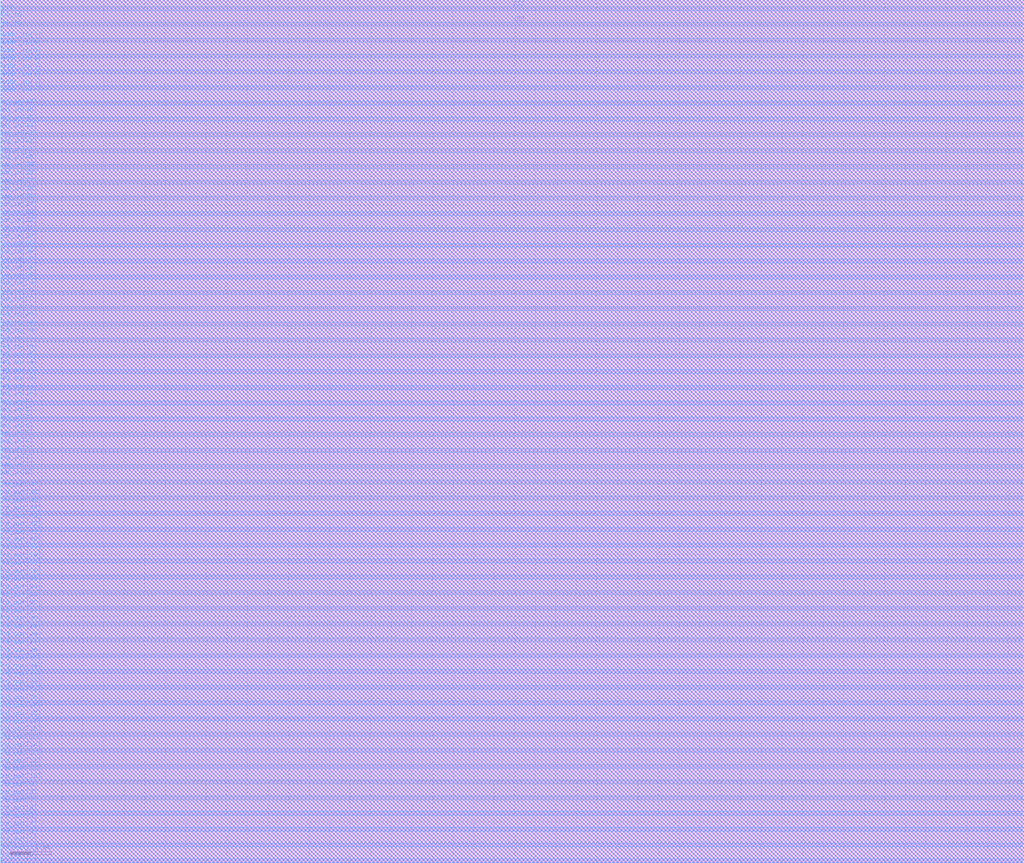
<source format=lef>
# Generated by FakeRAM 2.0
VERSION 5.7 ;
BUSBITCHARS "[]" ;
PROPERTYDEFINITIONS
  MACRO width INTEGER ;
  MACRO depth INTEGER ;
  MACRO banks INTEGER ;
END PROPERTYDEFINITIONS
MACRO sram_asap7_48x256_1rw_bottom
  PROPERTY width 48 ;
  PROPERTY depth 256 ;
  PROPERTY banks 4 ;
  FOREIGN sram_asap7_48x256_1rw_bottom 0 0 ;
  SYMMETRY X Y R90 ;
  SIZE 24.890 BY 21.000 ;
  CLASS BLOCK ;
  PIN rd_out[0]
    DIRECTION OUTPUT ;
    USE SIGNAL ;
    SHAPE ABUTMENT ;
    PORT
      LAYER M4 ;
      RECT 0.000 0.048 0.024 0.072 ;
    END
  END rd_out[0]
  PIN rd_out[1]
    DIRECTION OUTPUT ;
    USE SIGNAL ;
    SHAPE ABUTMENT ;
    PORT
      LAYER M4 ;
      RECT 0.000 0.240 0.024 0.264 ;
    END
  END rd_out[1]
  PIN rd_out[2]
    DIRECTION OUTPUT ;
    USE SIGNAL ;
    SHAPE ABUTMENT ;
    PORT
      LAYER M4 ;
      RECT 0.000 0.432 0.024 0.456 ;
    END
  END rd_out[2]
  PIN rd_out[3]
    DIRECTION OUTPUT ;
    USE SIGNAL ;
    SHAPE ABUTMENT ;
    PORT
      LAYER M4 ;
      RECT 0.000 0.624 0.024 0.648 ;
    END
  END rd_out[3]
  PIN rd_out[4]
    DIRECTION OUTPUT ;
    USE SIGNAL ;
    SHAPE ABUTMENT ;
    PORT
      LAYER M4 ;
      RECT 0.000 0.816 0.024 0.840 ;
    END
  END rd_out[4]
  PIN rd_out[5]
    DIRECTION OUTPUT ;
    USE SIGNAL ;
    SHAPE ABUTMENT ;
    PORT
      LAYER M4 ;
      RECT 0.000 1.008 0.024 1.032 ;
    END
  END rd_out[5]
  PIN rd_out[6]
    DIRECTION OUTPUT ;
    USE SIGNAL ;
    SHAPE ABUTMENT ;
    PORT
      LAYER M4 ;
      RECT 0.000 1.200 0.024 1.224 ;
    END
  END rd_out[6]
  PIN rd_out[7]
    DIRECTION OUTPUT ;
    USE SIGNAL ;
    SHAPE ABUTMENT ;
    PORT
      LAYER M4 ;
      RECT 0.000 1.392 0.024 1.416 ;
    END
  END rd_out[7]
  PIN rd_out[8]
    DIRECTION OUTPUT ;
    USE SIGNAL ;
    SHAPE ABUTMENT ;
    PORT
      LAYER M4 ;
      RECT 0.000 1.584 0.024 1.608 ;
    END
  END rd_out[8]
  PIN rd_out[9]
    DIRECTION OUTPUT ;
    USE SIGNAL ;
    SHAPE ABUTMENT ;
    PORT
      LAYER M4 ;
      RECT 0.000 1.776 0.024 1.800 ;
    END
  END rd_out[9]
  PIN rd_out[10]
    DIRECTION OUTPUT ;
    USE SIGNAL ;
    SHAPE ABUTMENT ;
    PORT
      LAYER M4 ;
      RECT 0.000 1.968 0.024 1.992 ;
    END
  END rd_out[10]
  PIN rd_out[11]
    DIRECTION OUTPUT ;
    USE SIGNAL ;
    SHAPE ABUTMENT ;
    PORT
      LAYER M4 ;
      RECT 0.000 2.160 0.024 2.184 ;
    END
  END rd_out[11]
  PIN rd_out[12]
    DIRECTION OUTPUT ;
    USE SIGNAL ;
    SHAPE ABUTMENT ;
    PORT
      LAYER M4 ;
      RECT 0.000 2.352 0.024 2.376 ;
    END
  END rd_out[12]
  PIN rd_out[13]
    DIRECTION OUTPUT ;
    USE SIGNAL ;
    SHAPE ABUTMENT ;
    PORT
      LAYER M4 ;
      RECT 0.000 2.544 0.024 2.568 ;
    END
  END rd_out[13]
  PIN rd_out[14]
    DIRECTION OUTPUT ;
    USE SIGNAL ;
    SHAPE ABUTMENT ;
    PORT
      LAYER M4 ;
      RECT 0.000 2.736 0.024 2.760 ;
    END
  END rd_out[14]
  PIN rd_out[15]
    DIRECTION OUTPUT ;
    USE SIGNAL ;
    SHAPE ABUTMENT ;
    PORT
      LAYER M4 ;
      RECT 0.000 2.928 0.024 2.952 ;
    END
  END rd_out[15]
  PIN rd_out[16]
    DIRECTION OUTPUT ;
    USE SIGNAL ;
    SHAPE ABUTMENT ;
    PORT
      LAYER M4 ;
      RECT 0.000 3.120 0.024 3.144 ;
    END
  END rd_out[16]
  PIN rd_out[17]
    DIRECTION OUTPUT ;
    USE SIGNAL ;
    SHAPE ABUTMENT ;
    PORT
      LAYER M4 ;
      RECT 0.000 3.312 0.024 3.336 ;
    END
  END rd_out[17]
  PIN rd_out[18]
    DIRECTION OUTPUT ;
    USE SIGNAL ;
    SHAPE ABUTMENT ;
    PORT
      LAYER M4 ;
      RECT 0.000 3.504 0.024 3.528 ;
    END
  END rd_out[18]
  PIN rd_out[19]
    DIRECTION OUTPUT ;
    USE SIGNAL ;
    SHAPE ABUTMENT ;
    PORT
      LAYER M4 ;
      RECT 0.000 3.696 0.024 3.720 ;
    END
  END rd_out[19]
  PIN rd_out[20]
    DIRECTION OUTPUT ;
    USE SIGNAL ;
    SHAPE ABUTMENT ;
    PORT
      LAYER M4 ;
      RECT 0.000 3.888 0.024 3.912 ;
    END
  END rd_out[20]
  PIN rd_out[21]
    DIRECTION OUTPUT ;
    USE SIGNAL ;
    SHAPE ABUTMENT ;
    PORT
      LAYER M4 ;
      RECT 0.000 4.080 0.024 4.104 ;
    END
  END rd_out[21]
  PIN rd_out[22]
    DIRECTION OUTPUT ;
    USE SIGNAL ;
    SHAPE ABUTMENT ;
    PORT
      LAYER M4 ;
      RECT 0.000 4.272 0.024 4.296 ;
    END
  END rd_out[22]
  PIN rd_out[23]
    DIRECTION OUTPUT ;
    USE SIGNAL ;
    SHAPE ABUTMENT ;
    PORT
      LAYER M4 ;
      RECT 0.000 4.464 0.024 4.488 ;
    END
  END rd_out[23]
  PIN rd_out[24]
    DIRECTION OUTPUT ;
    USE SIGNAL ;
    SHAPE ABUTMENT ;
    PORT
      LAYER M4 ;
      RECT 0.000 4.656 0.024 4.680 ;
    END
  END rd_out[24]
  PIN rd_out[25]
    DIRECTION OUTPUT ;
    USE SIGNAL ;
    SHAPE ABUTMENT ;
    PORT
      LAYER M4 ;
      RECT 0.000 4.848 0.024 4.872 ;
    END
  END rd_out[25]
  PIN rd_out[26]
    DIRECTION OUTPUT ;
    USE SIGNAL ;
    SHAPE ABUTMENT ;
    PORT
      LAYER M4 ;
      RECT 0.000 5.040 0.024 5.064 ;
    END
  END rd_out[26]
  PIN rd_out[27]
    DIRECTION OUTPUT ;
    USE SIGNAL ;
    SHAPE ABUTMENT ;
    PORT
      LAYER M4 ;
      RECT 0.000 5.232 0.024 5.256 ;
    END
  END rd_out[27]
  PIN rd_out[28]
    DIRECTION OUTPUT ;
    USE SIGNAL ;
    SHAPE ABUTMENT ;
    PORT
      LAYER M4 ;
      RECT 0.000 5.424 0.024 5.448 ;
    END
  END rd_out[28]
  PIN rd_out[29]
    DIRECTION OUTPUT ;
    USE SIGNAL ;
    SHAPE ABUTMENT ;
    PORT
      LAYER M4 ;
      RECT 0.000 5.616 0.024 5.640 ;
    END
  END rd_out[29]
  PIN rd_out[30]
    DIRECTION OUTPUT ;
    USE SIGNAL ;
    SHAPE ABUTMENT ;
    PORT
      LAYER M4 ;
      RECT 0.000 5.808 0.024 5.832 ;
    END
  END rd_out[30]
  PIN rd_out[31]
    DIRECTION OUTPUT ;
    USE SIGNAL ;
    SHAPE ABUTMENT ;
    PORT
      LAYER M4 ;
      RECT 0.000 6.000 0.024 6.024 ;
    END
  END rd_out[31]
  PIN rd_out[32]
    DIRECTION OUTPUT ;
    USE SIGNAL ;
    SHAPE ABUTMENT ;
    PORT
      LAYER M4 ;
      RECT 0.000 6.192 0.024 6.216 ;
    END
  END rd_out[32]
  PIN rd_out[33]
    DIRECTION OUTPUT ;
    USE SIGNAL ;
    SHAPE ABUTMENT ;
    PORT
      LAYER M4 ;
      RECT 0.000 6.384 0.024 6.408 ;
    END
  END rd_out[33]
  PIN rd_out[34]
    DIRECTION OUTPUT ;
    USE SIGNAL ;
    SHAPE ABUTMENT ;
    PORT
      LAYER M4 ;
      RECT 0.000 6.576 0.024 6.600 ;
    END
  END rd_out[34]
  PIN rd_out[35]
    DIRECTION OUTPUT ;
    USE SIGNAL ;
    SHAPE ABUTMENT ;
    PORT
      LAYER M4 ;
      RECT 0.000 6.768 0.024 6.792 ;
    END
  END rd_out[35]
  PIN rd_out[36]
    DIRECTION OUTPUT ;
    USE SIGNAL ;
    SHAPE ABUTMENT ;
    PORT
      LAYER M4 ;
      RECT 0.000 6.960 0.024 6.984 ;
    END
  END rd_out[36]
  PIN rd_out[37]
    DIRECTION OUTPUT ;
    USE SIGNAL ;
    SHAPE ABUTMENT ;
    PORT
      LAYER M4 ;
      RECT 0.000 7.152 0.024 7.176 ;
    END
  END rd_out[37]
  PIN rd_out[38]
    DIRECTION OUTPUT ;
    USE SIGNAL ;
    SHAPE ABUTMENT ;
    PORT
      LAYER M4 ;
      RECT 0.000 7.344 0.024 7.368 ;
    END
  END rd_out[38]
  PIN rd_out[39]
    DIRECTION OUTPUT ;
    USE SIGNAL ;
    SHAPE ABUTMENT ;
    PORT
      LAYER M4 ;
      RECT 0.000 7.536 0.024 7.560 ;
    END
  END rd_out[39]
  PIN rd_out[40]
    DIRECTION OUTPUT ;
    USE SIGNAL ;
    SHAPE ABUTMENT ;
    PORT
      LAYER M4 ;
      RECT 0.000 7.728 0.024 7.752 ;
    END
  END rd_out[40]
  PIN rd_out[41]
    DIRECTION OUTPUT ;
    USE SIGNAL ;
    SHAPE ABUTMENT ;
    PORT
      LAYER M4 ;
      RECT 0.000 7.920 0.024 7.944 ;
    END
  END rd_out[41]
  PIN rd_out[42]
    DIRECTION OUTPUT ;
    USE SIGNAL ;
    SHAPE ABUTMENT ;
    PORT
      LAYER M4 ;
      RECT 0.000 8.112 0.024 8.136 ;
    END
  END rd_out[42]
  PIN rd_out[43]
    DIRECTION OUTPUT ;
    USE SIGNAL ;
    SHAPE ABUTMENT ;
    PORT
      LAYER M4 ;
      RECT 0.000 8.304 0.024 8.328 ;
    END
  END rd_out[43]
  PIN rd_out[44]
    DIRECTION OUTPUT ;
    USE SIGNAL ;
    SHAPE ABUTMENT ;
    PORT
      LAYER M4 ;
      RECT 0.000 8.496 0.024 8.520 ;
    END
  END rd_out[44]
  PIN rd_out[45]
    DIRECTION OUTPUT ;
    USE SIGNAL ;
    SHAPE ABUTMENT ;
    PORT
      LAYER M4 ;
      RECT 0.000 8.688 0.024 8.712 ;
    END
  END rd_out[45]
  PIN rd_out[46]
    DIRECTION OUTPUT ;
    USE SIGNAL ;
    SHAPE ABUTMENT ;
    PORT
      LAYER M4 ;
      RECT 0.000 8.880 0.024 8.904 ;
    END
  END rd_out[46]
  PIN rd_out[47]
    DIRECTION OUTPUT ;
    USE SIGNAL ;
    SHAPE ABUTMENT ;
    PORT
      LAYER M4 ;
      RECT 0.000 9.072 0.024 9.096 ;
    END
  END rd_out[47]
  PIN wd_in[0]
    DIRECTION INPUT ;
    USE SIGNAL ;
    SHAPE ABUTMENT ;
    PORT
      LAYER M4 ;
      RECT 0.000 9.360 0.024 9.384 ;
    END
  END wd_in[0]
  PIN wd_in[1]
    DIRECTION INPUT ;
    USE SIGNAL ;
    SHAPE ABUTMENT ;
    PORT
      LAYER M4 ;
      RECT 0.000 9.552 0.024 9.576 ;
    END
  END wd_in[1]
  PIN wd_in[2]
    DIRECTION INPUT ;
    USE SIGNAL ;
    SHAPE ABUTMENT ;
    PORT
      LAYER M4 ;
      RECT 0.000 9.744 0.024 9.768 ;
    END
  END wd_in[2]
  PIN wd_in[3]
    DIRECTION INPUT ;
    USE SIGNAL ;
    SHAPE ABUTMENT ;
    PORT
      LAYER M4 ;
      RECT 0.000 9.936 0.024 9.960 ;
    END
  END wd_in[3]
  PIN wd_in[4]
    DIRECTION INPUT ;
    USE SIGNAL ;
    SHAPE ABUTMENT ;
    PORT
      LAYER M4 ;
      RECT 0.000 10.128 0.024 10.152 ;
    END
  END wd_in[4]
  PIN wd_in[5]
    DIRECTION INPUT ;
    USE SIGNAL ;
    SHAPE ABUTMENT ;
    PORT
      LAYER M4 ;
      RECT 0.000 10.320 0.024 10.344 ;
    END
  END wd_in[5]
  PIN wd_in[6]
    DIRECTION INPUT ;
    USE SIGNAL ;
    SHAPE ABUTMENT ;
    PORT
      LAYER M4 ;
      RECT 0.000 10.512 0.024 10.536 ;
    END
  END wd_in[6]
  PIN wd_in[7]
    DIRECTION INPUT ;
    USE SIGNAL ;
    SHAPE ABUTMENT ;
    PORT
      LAYER M4 ;
      RECT 0.000 10.704 0.024 10.728 ;
    END
  END wd_in[7]
  PIN wd_in[8]
    DIRECTION INPUT ;
    USE SIGNAL ;
    SHAPE ABUTMENT ;
    PORT
      LAYER M4 ;
      RECT 0.000 10.896 0.024 10.920 ;
    END
  END wd_in[8]
  PIN wd_in[9]
    DIRECTION INPUT ;
    USE SIGNAL ;
    SHAPE ABUTMENT ;
    PORT
      LAYER M4 ;
      RECT 0.000 11.088 0.024 11.112 ;
    END
  END wd_in[9]
  PIN wd_in[10]
    DIRECTION INPUT ;
    USE SIGNAL ;
    SHAPE ABUTMENT ;
    PORT
      LAYER M4 ;
      RECT 0.000 11.280 0.024 11.304 ;
    END
  END wd_in[10]
  PIN wd_in[11]
    DIRECTION INPUT ;
    USE SIGNAL ;
    SHAPE ABUTMENT ;
    PORT
      LAYER M4 ;
      RECT 0.000 11.472 0.024 11.496 ;
    END
  END wd_in[11]
  PIN wd_in[12]
    DIRECTION INPUT ;
    USE SIGNAL ;
    SHAPE ABUTMENT ;
    PORT
      LAYER M4 ;
      RECT 0.000 11.664 0.024 11.688 ;
    END
  END wd_in[12]
  PIN wd_in[13]
    DIRECTION INPUT ;
    USE SIGNAL ;
    SHAPE ABUTMENT ;
    PORT
      LAYER M4 ;
      RECT 0.000 11.856 0.024 11.880 ;
    END
  END wd_in[13]
  PIN wd_in[14]
    DIRECTION INPUT ;
    USE SIGNAL ;
    SHAPE ABUTMENT ;
    PORT
      LAYER M4 ;
      RECT 0.000 12.048 0.024 12.072 ;
    END
  END wd_in[14]
  PIN wd_in[15]
    DIRECTION INPUT ;
    USE SIGNAL ;
    SHAPE ABUTMENT ;
    PORT
      LAYER M4 ;
      RECT 0.000 12.240 0.024 12.264 ;
    END
  END wd_in[15]
  PIN wd_in[16]
    DIRECTION INPUT ;
    USE SIGNAL ;
    SHAPE ABUTMENT ;
    PORT
      LAYER M4 ;
      RECT 0.000 12.432 0.024 12.456 ;
    END
  END wd_in[16]
  PIN wd_in[17]
    DIRECTION INPUT ;
    USE SIGNAL ;
    SHAPE ABUTMENT ;
    PORT
      LAYER M4 ;
      RECT 0.000 12.624 0.024 12.648 ;
    END
  END wd_in[17]
  PIN wd_in[18]
    DIRECTION INPUT ;
    USE SIGNAL ;
    SHAPE ABUTMENT ;
    PORT
      LAYER M4 ;
      RECT 0.000 12.816 0.024 12.840 ;
    END
  END wd_in[18]
  PIN wd_in[19]
    DIRECTION INPUT ;
    USE SIGNAL ;
    SHAPE ABUTMENT ;
    PORT
      LAYER M4 ;
      RECT 0.000 13.008 0.024 13.032 ;
    END
  END wd_in[19]
  PIN wd_in[20]
    DIRECTION INPUT ;
    USE SIGNAL ;
    SHAPE ABUTMENT ;
    PORT
      LAYER M4 ;
      RECT 0.000 13.200 0.024 13.224 ;
    END
  END wd_in[20]
  PIN wd_in[21]
    DIRECTION INPUT ;
    USE SIGNAL ;
    SHAPE ABUTMENT ;
    PORT
      LAYER M4 ;
      RECT 0.000 13.392 0.024 13.416 ;
    END
  END wd_in[21]
  PIN wd_in[22]
    DIRECTION INPUT ;
    USE SIGNAL ;
    SHAPE ABUTMENT ;
    PORT
      LAYER M4 ;
      RECT 0.000 13.584 0.024 13.608 ;
    END
  END wd_in[22]
  PIN wd_in[23]
    DIRECTION INPUT ;
    USE SIGNAL ;
    SHAPE ABUTMENT ;
    PORT
      LAYER M4 ;
      RECT 0.000 13.776 0.024 13.800 ;
    END
  END wd_in[23]
  PIN wd_in[24]
    DIRECTION INPUT ;
    USE SIGNAL ;
    SHAPE ABUTMENT ;
    PORT
      LAYER M4 ;
      RECT 0.000 13.968 0.024 13.992 ;
    END
  END wd_in[24]
  PIN wd_in[25]
    DIRECTION INPUT ;
    USE SIGNAL ;
    SHAPE ABUTMENT ;
    PORT
      LAYER M4 ;
      RECT 0.000 14.160 0.024 14.184 ;
    END
  END wd_in[25]
  PIN wd_in[26]
    DIRECTION INPUT ;
    USE SIGNAL ;
    SHAPE ABUTMENT ;
    PORT
      LAYER M4 ;
      RECT 0.000 14.352 0.024 14.376 ;
    END
  END wd_in[26]
  PIN wd_in[27]
    DIRECTION INPUT ;
    USE SIGNAL ;
    SHAPE ABUTMENT ;
    PORT
      LAYER M4 ;
      RECT 0.000 14.544 0.024 14.568 ;
    END
  END wd_in[27]
  PIN wd_in[28]
    DIRECTION INPUT ;
    USE SIGNAL ;
    SHAPE ABUTMENT ;
    PORT
      LAYER M4 ;
      RECT 0.000 14.736 0.024 14.760 ;
    END
  END wd_in[28]
  PIN wd_in[29]
    DIRECTION INPUT ;
    USE SIGNAL ;
    SHAPE ABUTMENT ;
    PORT
      LAYER M4 ;
      RECT 0.000 14.928 0.024 14.952 ;
    END
  END wd_in[29]
  PIN wd_in[30]
    DIRECTION INPUT ;
    USE SIGNAL ;
    SHAPE ABUTMENT ;
    PORT
      LAYER M4 ;
      RECT 0.000 15.120 0.024 15.144 ;
    END
  END wd_in[30]
  PIN wd_in[31]
    DIRECTION INPUT ;
    USE SIGNAL ;
    SHAPE ABUTMENT ;
    PORT
      LAYER M4 ;
      RECT 0.000 15.312 0.024 15.336 ;
    END
  END wd_in[31]
  PIN wd_in[32]
    DIRECTION INPUT ;
    USE SIGNAL ;
    SHAPE ABUTMENT ;
    PORT
      LAYER M4 ;
      RECT 0.000 15.504 0.024 15.528 ;
    END
  END wd_in[32]
  PIN wd_in[33]
    DIRECTION INPUT ;
    USE SIGNAL ;
    SHAPE ABUTMENT ;
    PORT
      LAYER M4 ;
      RECT 0.000 15.696 0.024 15.720 ;
    END
  END wd_in[33]
  PIN wd_in[34]
    DIRECTION INPUT ;
    USE SIGNAL ;
    SHAPE ABUTMENT ;
    PORT
      LAYER M4 ;
      RECT 0.000 15.888 0.024 15.912 ;
    END
  END wd_in[34]
  PIN wd_in[35]
    DIRECTION INPUT ;
    USE SIGNAL ;
    SHAPE ABUTMENT ;
    PORT
      LAYER M4 ;
      RECT 0.000 16.080 0.024 16.104 ;
    END
  END wd_in[35]
  PIN wd_in[36]
    DIRECTION INPUT ;
    USE SIGNAL ;
    SHAPE ABUTMENT ;
    PORT
      LAYER M4 ;
      RECT 0.000 16.272 0.024 16.296 ;
    END
  END wd_in[36]
  PIN wd_in[37]
    DIRECTION INPUT ;
    USE SIGNAL ;
    SHAPE ABUTMENT ;
    PORT
      LAYER M4 ;
      RECT 0.000 16.464 0.024 16.488 ;
    END
  END wd_in[37]
  PIN wd_in[38]
    DIRECTION INPUT ;
    USE SIGNAL ;
    SHAPE ABUTMENT ;
    PORT
      LAYER M4 ;
      RECT 0.000 16.656 0.024 16.680 ;
    END
  END wd_in[38]
  PIN wd_in[39]
    DIRECTION INPUT ;
    USE SIGNAL ;
    SHAPE ABUTMENT ;
    PORT
      LAYER M4 ;
      RECT 0.000 16.848 0.024 16.872 ;
    END
  END wd_in[39]
  PIN wd_in[40]
    DIRECTION INPUT ;
    USE SIGNAL ;
    SHAPE ABUTMENT ;
    PORT
      LAYER M4 ;
      RECT 0.000 17.040 0.024 17.064 ;
    END
  END wd_in[40]
  PIN wd_in[41]
    DIRECTION INPUT ;
    USE SIGNAL ;
    SHAPE ABUTMENT ;
    PORT
      LAYER M4 ;
      RECT 0.000 17.232 0.024 17.256 ;
    END
  END wd_in[41]
  PIN wd_in[42]
    DIRECTION INPUT ;
    USE SIGNAL ;
    SHAPE ABUTMENT ;
    PORT
      LAYER M4 ;
      RECT 0.000 17.424 0.024 17.448 ;
    END
  END wd_in[42]
  PIN wd_in[43]
    DIRECTION INPUT ;
    USE SIGNAL ;
    SHAPE ABUTMENT ;
    PORT
      LAYER M4 ;
      RECT 0.000 17.616 0.024 17.640 ;
    END
  END wd_in[43]
  PIN wd_in[44]
    DIRECTION INPUT ;
    USE SIGNAL ;
    SHAPE ABUTMENT ;
    PORT
      LAYER M4 ;
      RECT 0.000 17.808 0.024 17.832 ;
    END
  END wd_in[44]
  PIN wd_in[45]
    DIRECTION INPUT ;
    USE SIGNAL ;
    SHAPE ABUTMENT ;
    PORT
      LAYER M4 ;
      RECT 0.000 18.000 0.024 18.024 ;
    END
  END wd_in[45]
  PIN wd_in[46]
    DIRECTION INPUT ;
    USE SIGNAL ;
    SHAPE ABUTMENT ;
    PORT
      LAYER M4 ;
      RECT 0.000 18.192 0.024 18.216 ;
    END
  END wd_in[46]
  PIN wd_in[47]
    DIRECTION INPUT ;
    USE SIGNAL ;
    SHAPE ABUTMENT ;
    PORT
      LAYER M4 ;
      RECT 0.000 18.384 0.024 18.408 ;
    END
  END wd_in[47]
  PIN addr_in[0]
    DIRECTION INPUT ;
    USE SIGNAL ;
    SHAPE ABUTMENT ;
    PORT
      LAYER M4 ;
      RECT 0.000 18.672 0.024 18.696 ;
    END
  END addr_in[0]
  PIN addr_in[1]
    DIRECTION INPUT ;
    USE SIGNAL ;
    SHAPE ABUTMENT ;
    PORT
      LAYER M4 ;
      RECT 0.000 18.864 0.024 18.888 ;
    END
  END addr_in[1]
  PIN addr_in[2]
    DIRECTION INPUT ;
    USE SIGNAL ;
    SHAPE ABUTMENT ;
    PORT
      LAYER M4 ;
      RECT 0.000 19.056 0.024 19.080 ;
    END
  END addr_in[2]
  PIN addr_in[3]
    DIRECTION INPUT ;
    USE SIGNAL ;
    SHAPE ABUTMENT ;
    PORT
      LAYER M4 ;
      RECT 0.000 19.248 0.024 19.272 ;
    END
  END addr_in[3]
  PIN addr_in[4]
    DIRECTION INPUT ;
    USE SIGNAL ;
    SHAPE ABUTMENT ;
    PORT
      LAYER M4 ;
      RECT 0.000 19.440 0.024 19.464 ;
    END
  END addr_in[4]
  PIN addr_in[5]
    DIRECTION INPUT ;
    USE SIGNAL ;
    SHAPE ABUTMENT ;
    PORT
      LAYER M4 ;
      RECT 0.000 19.632 0.024 19.656 ;
    END
  END addr_in[5]
  PIN addr_in[6]
    DIRECTION INPUT ;
    USE SIGNAL ;
    SHAPE ABUTMENT ;
    PORT
      LAYER M4 ;
      RECT 0.000 19.824 0.024 19.848 ;
    END
  END addr_in[6]
  PIN addr_in[7]
    DIRECTION INPUT ;
    USE SIGNAL ;
    SHAPE ABUTMENT ;
    PORT
      LAYER M4 ;
      RECT 0.000 20.016 0.024 20.040 ;
    END
  END addr_in[7]
  PIN we_in
    DIRECTION INPUT ;
    USE SIGNAL ;
    SHAPE ABUTMENT ;
    PORT
      LAYER M4 ;
      RECT 0.000 20.304 0.024 20.328 ;
    END
  END we_in
  PIN ce_in
    DIRECTION INPUT ;
    USE SIGNAL ;
    SHAPE ABUTMENT ;
    PORT
      LAYER M4 ;
      RECT 0.000 20.496 0.024 20.520 ;
    END
  END ce_in
  PIN clk
    DIRECTION INPUT ;
    USE SIGNAL ;
    SHAPE ABUTMENT ;
    PORT
      LAYER M4 ;
      RECT 0.000 20.688 0.024 20.712 ;
    END
  END clk
  PIN VSS
    DIRECTION INOUT ;
    USE GROUND ;
    PORT
      LAYER M4 ;
      RECT 0.048 0.000 24.842 0.096 ;
      RECT 0.048 0.768 24.842 0.864 ;
      RECT 0.048 1.536 24.842 1.632 ;
      RECT 0.048 2.304 24.842 2.400 ;
      RECT 0.048 3.072 24.842 3.168 ;
      RECT 0.048 3.840 24.842 3.936 ;
      RECT 0.048 4.608 24.842 4.704 ;
      RECT 0.048 5.376 24.842 5.472 ;
      RECT 0.048 6.144 24.842 6.240 ;
      RECT 0.048 6.912 24.842 7.008 ;
      RECT 0.048 7.680 24.842 7.776 ;
      RECT 0.048 8.448 24.842 8.544 ;
      RECT 0.048 9.216 24.842 9.312 ;
      RECT 0.048 9.984 24.842 10.080 ;
      RECT 0.048 10.752 24.842 10.848 ;
      RECT 0.048 11.520 24.842 11.616 ;
      RECT 0.048 12.288 24.842 12.384 ;
      RECT 0.048 13.056 24.842 13.152 ;
      RECT 0.048 13.824 24.842 13.920 ;
      RECT 0.048 14.592 24.842 14.688 ;
      RECT 0.048 15.360 24.842 15.456 ;
      RECT 0.048 16.128 24.842 16.224 ;
      RECT 0.048 16.896 24.842 16.992 ;
      RECT 0.048 17.664 24.842 17.760 ;
      RECT 0.048 18.432 24.842 18.528 ;
      RECT 0.048 19.200 24.842 19.296 ;
      RECT 0.048 19.968 24.842 20.064 ;
      RECT 0.048 20.736 24.842 20.832 ;
    END
  END VSS
  PIN VDD
    DIRECTION INOUT ;
    USE POWER ;
    PORT
      LAYER M4 ;
      RECT 0.048 0.384 24.842 0.480 ;
      RECT 0.048 1.152 24.842 1.248 ;
      RECT 0.048 1.920 24.842 2.016 ;
      RECT 0.048 2.688 24.842 2.784 ;
      RECT 0.048 3.456 24.842 3.552 ;
      RECT 0.048 4.224 24.842 4.320 ;
      RECT 0.048 4.992 24.842 5.088 ;
      RECT 0.048 5.760 24.842 5.856 ;
      RECT 0.048 6.528 24.842 6.624 ;
      RECT 0.048 7.296 24.842 7.392 ;
      RECT 0.048 8.064 24.842 8.160 ;
      RECT 0.048 8.832 24.842 8.928 ;
      RECT 0.048 9.600 24.842 9.696 ;
      RECT 0.048 10.368 24.842 10.464 ;
      RECT 0.048 11.136 24.842 11.232 ;
      RECT 0.048 11.904 24.842 12.000 ;
      RECT 0.048 12.672 24.842 12.768 ;
      RECT 0.048 13.440 24.842 13.536 ;
      RECT 0.048 14.208 24.842 14.304 ;
      RECT 0.048 14.976 24.842 15.072 ;
      RECT 0.048 15.744 24.842 15.840 ;
      RECT 0.048 16.512 24.842 16.608 ;
      RECT 0.048 17.280 24.842 17.376 ;
      RECT 0.048 18.048 24.842 18.144 ;
      RECT 0.048 18.816 24.842 18.912 ;
      RECT 0.048 19.584 24.842 19.680 ;
      RECT 0.048 20.352 24.842 20.448 ;
    END
  END VDD
  OBS
    LAYER M1 ;
    RECT 0 0 24.890 21.000 ;
    LAYER M2 ;
    RECT 0 0 24.890 21.000 ;
    LAYER M3 ;
    RECT 0 0 24.890 21.000 ;
    LAYER M4 ;
    RECT 0 0 24.890 21.000 ;
  END
END sram_asap7_48x256_1rw_bottom

END LIBRARY

</source>
